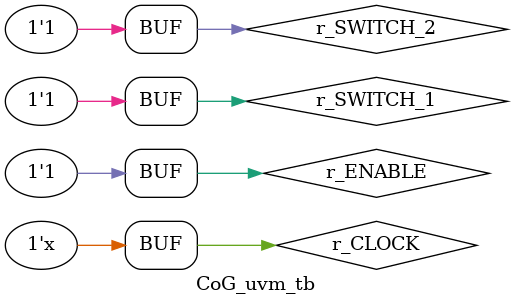
<source format=sv>
`include "CoG.vhd"
`include "type_package.vhd"
`timescale 1us/1ns
 
module CoG_uvm_tb;
 
  reg r_CLOCK    = 1'b0;
  reg r_ENABLE   = 1'b0;
  reg r_SWITCH_1 = 1'b0;
  reg r_SWITCH_2 = 1'b0;
   
  wire w_LED_DRIVE;
 
  // Instantiate the Unit Under Test (UUT)
  tutorial_led_blink UUT 
    (
     .i_clock(r_CLOCK),
     .i_enable(r_ENABLE),
     .i_switch_1(r_SWITCH_1),
     .i_switch_2(r_SWITCH_2),
     .o_led_drive(w_LED_DRIVE)
     );
   
  always #20 r_CLOCK <= !r_CLOCK;
     
  initial begin
    r_ENABLE <= 1'b1;
 
    r_SWITCH_1 <= 1'b0;
    r_SWITCH_2 <= 1'b0;
    #200000 // 0.2 seconds
     
    r_SWITCH_1 <= 1'b0;
    r_SWITCH_2 <= 1'b1;
    #200000 // 0.2 seconds
     
    r_SWITCH_1 <= 1'b1;
    r_SWITCH_2 <= 1'b0;
    #500000 // 0.5 seconds
 
    r_SWITCH_1 <= 1'b1;
    r_SWITCH_2 <= 1'b1;
    #2000000 // 2 seconds
 
    $display("Test Complete");
  end
   
endmodule // tutorial_led_blink_tb
</source>
